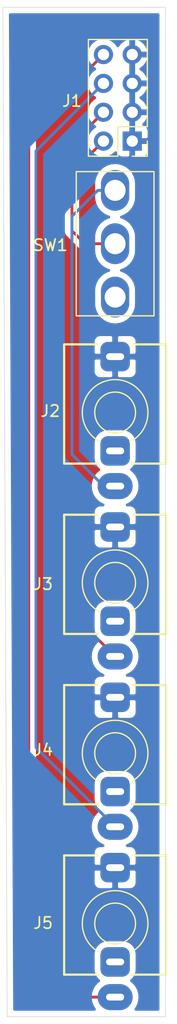
<source format=kicad_pcb>
(kicad_pcb (version 20171130) (host pcbnew "(5.1.12-1-10_14)")

  (general
    (thickness 1.6)
    (drawings 4)
    (tracks 19)
    (zones 0)
    (modules 6)
    (nets 12)
  )

  (page A4)
  (layers
    (0 F.Cu signal)
    (31 B.Cu signal)
    (32 B.Adhes user)
    (33 F.Adhes user)
    (34 B.Paste user)
    (35 F.Paste user)
    (36 B.SilkS user)
    (37 F.SilkS user)
    (38 B.Mask user)
    (39 F.Mask user)
    (40 Dwgs.User user)
    (41 Cmts.User user)
    (42 Eco1.User user)
    (43 Eco2.User user)
    (44 Edge.Cuts user)
    (45 Margin user)
    (46 B.CrtYd user)
    (47 F.CrtYd user)
    (48 B.Fab user hide)
    (49 F.Fab user hide)
  )

  (setup
    (last_trace_width 0.25)
    (trace_clearance 0.2)
    (zone_clearance 0.508)
    (zone_45_only no)
    (trace_min 0.2)
    (via_size 0.8)
    (via_drill 0.4)
    (via_min_size 0.4)
    (via_min_drill 0.3)
    (uvia_size 0.3)
    (uvia_drill 0.1)
    (uvias_allowed no)
    (uvia_min_size 0.2)
    (uvia_min_drill 0.1)
    (edge_width 0.05)
    (segment_width 0.2)
    (pcb_text_width 0.3)
    (pcb_text_size 1.5 1.5)
    (mod_edge_width 0.12)
    (mod_text_size 1 1)
    (mod_text_width 0.15)
    (pad_size 1.524 1.524)
    (pad_drill 0.762)
    (pad_to_mask_clearance 0)
    (aux_axis_origin 0 0)
    (visible_elements FFFFFF7F)
    (pcbplotparams
      (layerselection 0x010fc_ffffffff)
      (usegerberextensions false)
      (usegerberattributes true)
      (usegerberadvancedattributes true)
      (creategerberjobfile true)
      (excludeedgelayer true)
      (linewidth 0.100000)
      (plotframeref false)
      (viasonmask false)
      (mode 1)
      (useauxorigin false)
      (hpglpennumber 1)
      (hpglpenspeed 20)
      (hpglpendiameter 15.000000)
      (psnegative false)
      (psa4output false)
      (plotreference true)
      (plotvalue true)
      (plotinvisibletext false)
      (padsonsilk false)
      (subtractmaskfromsilk false)
      (outputformat 1)
      (mirror false)
      (drillshape 1)
      (scaleselection 1)
      (outputdirectory ""))
  )

  (net 0 "")
  (net 1 /IN_L)
  (net 2 GND)
  (net 3 /IN_R)
  (net 4 /OUT_L)
  (net 5 /OUT_R)
  (net 6 "Net-(J2-PadS)")
  (net 7 "Net-(J2-PadTN)")
  (net 8 "Net-(J3-PadTN)")
  (net 9 "Net-(J4-PadTN)")
  (net 10 "Net-(J5-PadTN)")
  (net 11 "Net-(SW1-Pad3)")

  (net_class Default "This is the default net class."
    (clearance 0.2)
    (trace_width 0.25)
    (via_dia 0.8)
    (via_drill 0.4)
    (uvia_dia 0.3)
    (uvia_drill 0.1)
    (add_net /IN_L)
    (add_net /IN_R)
    (add_net /OUT_L)
    (add_net /OUT_R)
    (add_net GND)
    (add_net "Net-(J2-PadS)")
    (add_net "Net-(J2-PadTN)")
    (add_net "Net-(J3-PadTN)")
    (add_net "Net-(J4-PadTN)")
    (add_net "Net-(J5-PadTN)")
    (add_net "Net-(SW1-Pad3)")
  )

  (module mylibs:SW_6mm_SPDT (layer F.Cu) (tedit 61C9EC67) (tstamp 61C9DD39)
    (at 0 24.638)
    (path /61D3D1DD)
    (fp_text reference SW1 (at -5.715 0.127) (layer F.SilkS)
      (effects (font (size 1 1) (thickness 0.15)))
    )
    (fp_text value SW_Push_SPDT (at 0 11.43) (layer F.Fab)
      (effects (font (size 1 1) (thickness 0.15)))
    )
    (fp_line (start -3.81 6.985) (end -3.81 -6.985) (layer F.Fab) (width 0.12))
    (fp_line (start 3.81 6.985) (end -3.81 6.985) (layer F.Fab) (width 0.12))
    (fp_line (start 3.81 -6.985) (end 3.81 6.985) (layer F.Fab) (width 0.12))
    (fp_line (start -3.81 -6.985) (end 3.81 -6.985) (layer F.Fab) (width 0.12))
    (fp_line (start -3.43 -6.35) (end 3.43 -6.35) (layer F.SilkS) (width 0.12))
    (fp_line (start -3.43 6.35) (end 3.43 6.35) (layer F.SilkS) (width 0.12))
    (fp_line (start 3.43 -6.35) (end 3.43 6.35) (layer F.SilkS) (width 0.12))
    (fp_line (start -3.43 -6.35) (end -3.43 6.35) (layer F.SilkS) (width 0.12))
    (pad 3 thru_hole oval (at 0 4.7) (size 2.5 3.6) (drill 1.85) (layers *.Cu *.Mask)
      (net 11 "Net-(SW1-Pad3)"))
    (pad 2 thru_hole oval (at 0 0) (size 2.5 3.6) (drill 1.85) (layers *.Cu *.Mask)
      (net 1 /IN_L))
    (pad 1 thru_hole oval (at 0 -4.7) (size 2.5 3.6) (drill 1.85) (layers *.Cu *.Mask)
      (net 6 "Net-(J2-PadS)"))
    (model "/Users/richardallen/Library/Application Support/kicad/mylibs.3dshapes/SW_6mm_SPDT.step"
      (at (xyz 0 0 0))
      (scale (xyz 1 1 1))
      (rotate (xyz 0 0 90))
    )
  )

  (module AudioJacks:Jack_3.5mm_QingPu_WQP-PJ398SM_Vertical (layer F.Cu) (tedit 6057154E) (tstamp 61C9DD2A)
    (at 0 84.5)
    (descr "T-S-SN Vertical mount jack AKA WQP-WQP518MA or Thonkiconn")
    (tags "WQP-WQP518MA, Thonkiconn")
    (path /61D36403)
    (fp_text reference J5 (at -6.35 -0.045) (layer F.SilkS)
      (effects (font (size 1 1) (thickness 0.15)))
    )
    (fp_text value AudioJack2_SwitchT (at 0 -5) (layer F.Fab)
      (effects (font (size 1 1) (thickness 0.15)))
    )
    (fp_line (start 5 -7.25) (end 5 7.58) (layer F.CrtYd) (width 0.05))
    (fp_line (start 4.5 -5.98) (end 4.5 4.42) (layer F.Fab) (width 0.1))
    (fp_line (start 4.5 4.5) (end 4.5 -6) (layer F.SilkS) (width 0.2))
    (fp_line (start -4.5 4.5) (end -4.5 -6) (layer F.SilkS) (width 0.2))
    (fp_circle (center 0 0) (end -1.5 0) (layer Dwgs.User) (width 0.12))
    (fp_line (start -0.09 -1.48) (end -1.48 -0.09) (layer Dwgs.User) (width 0.12))
    (fp_line (start 0.58 -1.35) (end -1.36 0.59) (layer Dwgs.User) (width 0.12))
    (fp_line (start 1.07 -1.01) (end -1.01 1.07) (layer Dwgs.User) (width 0.12))
    (fp_line (start 1.42 -0.395) (end -0.4 1.42) (layer Dwgs.User) (width 0.12))
    (fp_line (start 1.41 0.46) (end 0.46 1.41) (layer Dwgs.User) (width 0.12))
    (fp_line (start -4.5 -6) (end -1.6 -6) (layer F.SilkS) (width 0.2))
    (fp_line (start 1.6 -6) (end 4.5 -6) (layer F.SilkS) (width 0.2))
    (fp_line (start -4.5 4.5) (end -1.5 4.5) (layer F.SilkS) (width 0.2))
    (fp_line (start 1.5 4.5) (end 4.5 4.5) (layer F.SilkS) (width 0.2))
    (fp_circle (center 0 0) (end -1.8 0) (layer F.SilkS) (width 0.12))
    (fp_line (start -4.5 -5.98) (end -4.5 4.42) (layer F.Fab) (width 0.1))
    (fp_line (start -4.5 -5.98) (end 4.5 -5.98) (layer F.Fab) (width 0.1))
    (fp_line (start -5 -7.25) (end -5 7.58) (layer F.CrtYd) (width 0.05))
    (fp_line (start -5 -7.25) (end 5 -7.25) (layer F.CrtYd) (width 0.05))
    (fp_line (start -5 7.58) (end 5 7.58) (layer F.CrtYd) (width 0.05))
    (fp_line (start -4.5 4.47) (end 4.5 4.47) (layer F.Fab) (width 0.1))
    (fp_circle (center 0 0.02) (end -1.8 0.02) (layer F.Fab) (width 0.1))
    (fp_line (start 0 0) (end 0 -2.03) (layer F.Fab) (width 0.1))
    (fp_text user KEEPOUT (at 0 0 180) (layer Cmts.User)
      (effects (font (size 0.4 0.4) (thickness 0.051)))
    )
    (fp_text user %R (at 4.5 -9.5) (layer F.Fab)
      (effects (font (size 1 1) (thickness 0.15)))
    )
    (fp_arc (start 0 0) (end 0 -2.895) (angle 153.4) (layer F.SilkS) (width 0.12))
    (fp_arc (start 0 0) (end 0 -2.895) (angle -153.4) (layer F.SilkS) (width 0.12))
    (pad TN thru_hole roundrect (at 0 3.38) (size 2.6 2.6) (drill oval 1.6 0.6) (layers *.Cu *.Mask) (roundrect_rratio 0.25)
      (net 10 "Net-(J5-PadTN)"))
    (pad S thru_hole oval (at 0 6.48) (size 3.1 2.3) (drill oval 1.6 0.6) (layers *.Cu *.Mask)
      (net 5 /OUT_R))
    (pad T thru_hole roundrect (at 0 -4.92) (size 2.6 2.6) (drill oval 1.6 0.6) (layers *.Cu *.Mask) (roundrect_rratio 0.25)
      (net 2 GND))
    (model "/Users/richardallen/Library/Application Support/kicad/AudioJacks/AudioJacks.3dshapes/PJ398SM.step"
      (at (xyz 0 0 0))
      (scale (xyz 1 1 1))
      (rotate (xyz 0 0 0))
    )
    (model "/Users/richardallen/Library/Application Support/kicad/AudioJacks/AudioJacks.3dshapes/PJ398SM_Hex_nut.step"
      (at (xyz 0 0 0))
      (scale (xyz 1 1 1))
      (rotate (xyz 0 0 0))
    )
    (model "/Users/richardallen/Library/Application Support/kicad/AudioJacks/AudioJacks.3dshapes/PJ398SM_Knurl_nut.step"
      (at (xyz 0 0 0))
      (scale (xyz 1 1 1))
      (rotate (xyz 0 0 0))
    )
  )

  (module AudioJacks:Jack_3.5mm_QingPu_WQP-PJ398SM_Vertical (layer F.Cu) (tedit 6057154E) (tstamp 61C9DD08)
    (at 0 69.5)
    (descr "T-S-SN Vertical mount jack AKA WQP-WQP518MA or Thonkiconn")
    (tags "WQP-WQP518MA, Thonkiconn")
    (path /61D35E51)
    (fp_text reference J4 (at -6.35 -0.285) (layer F.SilkS)
      (effects (font (size 1 1) (thickness 0.15)))
    )
    (fp_text value AudioJack2_SwitchT (at 0 -5) (layer F.Fab)
      (effects (font (size 1 1) (thickness 0.15)))
    )
    (fp_line (start 5 -7.25) (end 5 7.58) (layer F.CrtYd) (width 0.05))
    (fp_line (start 4.5 -5.98) (end 4.5 4.42) (layer F.Fab) (width 0.1))
    (fp_line (start 4.5 4.5) (end 4.5 -6) (layer F.SilkS) (width 0.2))
    (fp_line (start -4.5 4.5) (end -4.5 -6) (layer F.SilkS) (width 0.2))
    (fp_circle (center 0 0) (end -1.5 0) (layer Dwgs.User) (width 0.12))
    (fp_line (start -0.09 -1.48) (end -1.48 -0.09) (layer Dwgs.User) (width 0.12))
    (fp_line (start 0.58 -1.35) (end -1.36 0.59) (layer Dwgs.User) (width 0.12))
    (fp_line (start 1.07 -1.01) (end -1.01 1.07) (layer Dwgs.User) (width 0.12))
    (fp_line (start 1.42 -0.395) (end -0.4 1.42) (layer Dwgs.User) (width 0.12))
    (fp_line (start 1.41 0.46) (end 0.46 1.41) (layer Dwgs.User) (width 0.12))
    (fp_line (start -4.5 -6) (end -1.6 -6) (layer F.SilkS) (width 0.2))
    (fp_line (start 1.6 -6) (end 4.5 -6) (layer F.SilkS) (width 0.2))
    (fp_line (start -4.5 4.5) (end -1.5 4.5) (layer F.SilkS) (width 0.2))
    (fp_line (start 1.5 4.5) (end 4.5 4.5) (layer F.SilkS) (width 0.2))
    (fp_circle (center 0 0) (end -1.8 0) (layer F.SilkS) (width 0.12))
    (fp_line (start -4.5 -5.98) (end -4.5 4.42) (layer F.Fab) (width 0.1))
    (fp_line (start -4.5 -5.98) (end 4.5 -5.98) (layer F.Fab) (width 0.1))
    (fp_line (start -5 -7.25) (end -5 7.58) (layer F.CrtYd) (width 0.05))
    (fp_line (start -5 -7.25) (end 5 -7.25) (layer F.CrtYd) (width 0.05))
    (fp_line (start -5 7.58) (end 5 7.58) (layer F.CrtYd) (width 0.05))
    (fp_line (start -4.5 4.47) (end 4.5 4.47) (layer F.Fab) (width 0.1))
    (fp_circle (center 0 0.02) (end -1.8 0.02) (layer F.Fab) (width 0.1))
    (fp_line (start 0 0) (end 0 -2.03) (layer F.Fab) (width 0.1))
    (fp_text user KEEPOUT (at 0 0 180) (layer Cmts.User)
      (effects (font (size 0.4 0.4) (thickness 0.051)))
    )
    (fp_text user %R (at 4.5 -9.5) (layer F.Fab)
      (effects (font (size 1 1) (thickness 0.15)))
    )
    (fp_arc (start 0 0) (end 0 -2.895) (angle 153.4) (layer F.SilkS) (width 0.12))
    (fp_arc (start 0 0) (end 0 -2.895) (angle -153.4) (layer F.SilkS) (width 0.12))
    (pad TN thru_hole roundrect (at 0 3.38) (size 2.6 2.6) (drill oval 1.6 0.6) (layers *.Cu *.Mask) (roundrect_rratio 0.25)
      (net 9 "Net-(J4-PadTN)"))
    (pad S thru_hole oval (at 0 6.48) (size 3.1 2.3) (drill oval 1.6 0.6) (layers *.Cu *.Mask)
      (net 4 /OUT_L))
    (pad T thru_hole roundrect (at 0 -4.92) (size 2.6 2.6) (drill oval 1.6 0.6) (layers *.Cu *.Mask) (roundrect_rratio 0.25)
      (net 2 GND))
    (model "/Users/richardallen/Library/Application Support/kicad/AudioJacks/AudioJacks.3dshapes/PJ398SM.step"
      (at (xyz 0 0 0))
      (scale (xyz 1 1 1))
      (rotate (xyz 0 0 0))
    )
    (model "/Users/richardallen/Library/Application Support/kicad/AudioJacks/AudioJacks.3dshapes/PJ398SM_Hex_nut.step"
      (at (xyz 0 0 0))
      (scale (xyz 1 1 1))
      (rotate (xyz 0 0 0))
    )
    (model "/Users/richardallen/Library/Application Support/kicad/AudioJacks/AudioJacks.3dshapes/PJ398SM_Knurl_nut.step"
      (at (xyz 0 0 0))
      (scale (xyz 1 1 1))
      (rotate (xyz 0 0 0))
    )
  )

  (module AudioJacks:Jack_3.5mm_QingPu_WQP-PJ398SM_Vertical (layer F.Cu) (tedit 6057154E) (tstamp 61C9DCE6)
    (at 0 54.5)
    (descr "T-S-SN Vertical mount jack AKA WQP-WQP518MA or Thonkiconn")
    (tags "WQP-WQP518MA, Thonkiconn")
    (path /61D3584B)
    (fp_text reference J3 (at -6.35 0.11) (layer F.SilkS)
      (effects (font (size 1 1) (thickness 0.15)))
    )
    (fp_text value AudioJack2_SwitchT (at 0 -5) (layer F.Fab)
      (effects (font (size 1 1) (thickness 0.15)))
    )
    (fp_line (start 5 -7.25) (end 5 7.58) (layer F.CrtYd) (width 0.05))
    (fp_line (start 4.5 -5.98) (end 4.5 4.42) (layer F.Fab) (width 0.1))
    (fp_line (start 4.5 4.5) (end 4.5 -6) (layer F.SilkS) (width 0.2))
    (fp_line (start -4.5 4.5) (end -4.5 -6) (layer F.SilkS) (width 0.2))
    (fp_circle (center 0 0) (end -1.5 0) (layer Dwgs.User) (width 0.12))
    (fp_line (start -0.09 -1.48) (end -1.48 -0.09) (layer Dwgs.User) (width 0.12))
    (fp_line (start 0.58 -1.35) (end -1.36 0.59) (layer Dwgs.User) (width 0.12))
    (fp_line (start 1.07 -1.01) (end -1.01 1.07) (layer Dwgs.User) (width 0.12))
    (fp_line (start 1.42 -0.395) (end -0.4 1.42) (layer Dwgs.User) (width 0.12))
    (fp_line (start 1.41 0.46) (end 0.46 1.41) (layer Dwgs.User) (width 0.12))
    (fp_line (start -4.5 -6) (end -1.6 -6) (layer F.SilkS) (width 0.2))
    (fp_line (start 1.6 -6) (end 4.5 -6) (layer F.SilkS) (width 0.2))
    (fp_line (start -4.5 4.5) (end -1.5 4.5) (layer F.SilkS) (width 0.2))
    (fp_line (start 1.5 4.5) (end 4.5 4.5) (layer F.SilkS) (width 0.2))
    (fp_circle (center 0 0) (end -1.8 0) (layer F.SilkS) (width 0.12))
    (fp_line (start -4.5 -5.98) (end -4.5 4.42) (layer F.Fab) (width 0.1))
    (fp_line (start -4.5 -5.98) (end 4.5 -5.98) (layer F.Fab) (width 0.1))
    (fp_line (start -5 -7.25) (end -5 7.58) (layer F.CrtYd) (width 0.05))
    (fp_line (start -5 -7.25) (end 5 -7.25) (layer F.CrtYd) (width 0.05))
    (fp_line (start -5 7.58) (end 5 7.58) (layer F.CrtYd) (width 0.05))
    (fp_line (start -4.5 4.47) (end 4.5 4.47) (layer F.Fab) (width 0.1))
    (fp_circle (center 0 0.02) (end -1.8 0.02) (layer F.Fab) (width 0.1))
    (fp_line (start 0 0) (end 0 -2.03) (layer F.Fab) (width 0.1))
    (fp_text user KEEPOUT (at 0 0 180) (layer Cmts.User)
      (effects (font (size 0.4 0.4) (thickness 0.051)))
    )
    (fp_text user %R (at 4.5 -9.5) (layer F.Fab)
      (effects (font (size 1 1) (thickness 0.15)))
    )
    (fp_arc (start 0 0) (end 0 -2.895) (angle 153.4) (layer F.SilkS) (width 0.12))
    (fp_arc (start 0 0) (end 0 -2.895) (angle -153.4) (layer F.SilkS) (width 0.12))
    (pad TN thru_hole roundrect (at 0 3.38) (size 2.6 2.6) (drill oval 1.6 0.6) (layers *.Cu *.Mask) (roundrect_rratio 0.25)
      (net 8 "Net-(J3-PadTN)"))
    (pad S thru_hole oval (at 0 6.48) (size 3.1 2.3) (drill oval 1.6 0.6) (layers *.Cu *.Mask)
      (net 3 /IN_R))
    (pad T thru_hole roundrect (at 0 -4.92) (size 2.6 2.6) (drill oval 1.6 0.6) (layers *.Cu *.Mask) (roundrect_rratio 0.25)
      (net 2 GND))
    (model "/Users/richardallen/Library/Application Support/kicad/AudioJacks/AudioJacks.3dshapes/PJ398SM.step"
      (at (xyz 0 0 0))
      (scale (xyz 1 1 1))
      (rotate (xyz 0 0 0))
    )
    (model "/Users/richardallen/Library/Application Support/kicad/AudioJacks/AudioJacks.3dshapes/PJ398SM_Hex_nut.step"
      (at (xyz 0 0 0))
      (scale (xyz 1 1 1))
      (rotate (xyz 0 0 0))
    )
    (model "/Users/richardallen/Library/Application Support/kicad/AudioJacks/AudioJacks.3dshapes/PJ398SM_Knurl_nut.step"
      (at (xyz 0 0 0))
      (scale (xyz 1 1 1))
      (rotate (xyz 0 0 0))
    )
  )

  (module Connector_PinHeader_2.54mm:PinHeader_2x04_P2.54mm_Vertical (layer F.Cu) (tedit 59FED5CC) (tstamp 61C9DCA2)
    (at 1.51 15.6 180)
    (descr "Through hole straight pin header, 2x04, 2.54mm pitch, double rows")
    (tags "Through hole pin header THT 2x04 2.54mm double row")
    (path /61D30BA9)
    (fp_text reference J1 (at 5.32 3.535) (layer F.SilkS)
      (effects (font (size 1 1) (thickness 0.15)))
    )
    (fp_text value Conn_02x04_Odd_Even (at 1.27 9.95) (layer F.Fab)
      (effects (font (size 1 1) (thickness 0.15)))
    )
    (fp_line (start 4.35 -1.8) (end -1.8 -1.8) (layer F.CrtYd) (width 0.05))
    (fp_line (start 4.35 9.4) (end 4.35 -1.8) (layer F.CrtYd) (width 0.05))
    (fp_line (start -1.8 9.4) (end 4.35 9.4) (layer F.CrtYd) (width 0.05))
    (fp_line (start -1.8 -1.8) (end -1.8 9.4) (layer F.CrtYd) (width 0.05))
    (fp_line (start -1.33 -1.33) (end 0 -1.33) (layer F.SilkS) (width 0.12))
    (fp_line (start -1.33 0) (end -1.33 -1.33) (layer F.SilkS) (width 0.12))
    (fp_line (start 1.27 -1.33) (end 3.87 -1.33) (layer F.SilkS) (width 0.12))
    (fp_line (start 1.27 1.27) (end 1.27 -1.33) (layer F.SilkS) (width 0.12))
    (fp_line (start -1.33 1.27) (end 1.27 1.27) (layer F.SilkS) (width 0.12))
    (fp_line (start 3.87 -1.33) (end 3.87 8.95) (layer F.SilkS) (width 0.12))
    (fp_line (start -1.33 1.27) (end -1.33 8.95) (layer F.SilkS) (width 0.12))
    (fp_line (start -1.33 8.95) (end 3.87 8.95) (layer F.SilkS) (width 0.12))
    (fp_line (start -1.27 0) (end 0 -1.27) (layer F.Fab) (width 0.1))
    (fp_line (start -1.27 8.89) (end -1.27 0) (layer F.Fab) (width 0.1))
    (fp_line (start 3.81 8.89) (end -1.27 8.89) (layer F.Fab) (width 0.1))
    (fp_line (start 3.81 -1.27) (end 3.81 8.89) (layer F.Fab) (width 0.1))
    (fp_line (start 0 -1.27) (end 3.81 -1.27) (layer F.Fab) (width 0.1))
    (fp_text user %R (at 1.27 3.81 90) (layer F.Fab)
      (effects (font (size 1 1) (thickness 0.15)))
    )
    (pad 1 thru_hole rect (at 0 0 180) (size 1.7 1.7) (drill 1) (layers *.Cu *.Mask)
      (net 2 GND))
    (pad 2 thru_hole oval (at 2.54 0 180) (size 1.7 1.7) (drill 1) (layers *.Cu *.Mask)
      (net 1 /IN_L))
    (pad 3 thru_hole oval (at 0 2.54 180) (size 1.7 1.7) (drill 1) (layers *.Cu *.Mask)
      (net 2 GND))
    (pad 4 thru_hole oval (at 2.54 2.54 180) (size 1.7 1.7) (drill 1) (layers *.Cu *.Mask)
      (net 3 /IN_R))
    (pad 5 thru_hole oval (at 0 5.08 180) (size 1.7 1.7) (drill 1) (layers *.Cu *.Mask)
      (net 2 GND))
    (pad 6 thru_hole oval (at 2.54 5.08 180) (size 1.7 1.7) (drill 1) (layers *.Cu *.Mask)
      (net 4 /OUT_L))
    (pad 7 thru_hole oval (at 0 7.62 180) (size 1.7 1.7) (drill 1) (layers *.Cu *.Mask)
      (net 2 GND))
    (pad 8 thru_hole oval (at 2.54 7.62 180) (size 1.7 1.7) (drill 1) (layers *.Cu *.Mask)
      (net 5 /OUT_R))
    (model ${KISYS3DMOD}/Connector_PinHeader_2.54mm.3dshapes/PinHeader_2x04_P2.54mm_Vertical.wrl
      (at (xyz 0 0 0))
      (scale (xyz 1 1 1))
      (rotate (xyz 0 0 0))
    )
  )

  (module AudioJacks:Jack_3.5mm_QingPu_WQP-PJ398SM_Vertical (layer F.Cu) (tedit 6057154E) (tstamp 61C9DCC4)
    (at 0 39.5)
    (descr "T-S-SN Vertical mount jack AKA WQP-WQP518MA or Thonkiconn")
    (tags "WQP-WQP518MA, Thonkiconn")
    (path /61D3410D)
    (fp_text reference J2 (at -5.715 -0.13) (layer F.SilkS)
      (effects (font (size 1 1) (thickness 0.15)))
    )
    (fp_text value AudioJack2_SwitchT (at 0 -5) (layer F.Fab)
      (effects (font (size 1 1) (thickness 0.15)))
    )
    (fp_line (start 5 -7.25) (end 5 7.58) (layer F.CrtYd) (width 0.05))
    (fp_line (start 4.5 -5.98) (end 4.5 4.42) (layer F.Fab) (width 0.1))
    (fp_line (start 4.5 4.5) (end 4.5 -6) (layer F.SilkS) (width 0.2))
    (fp_line (start -4.5 4.5) (end -4.5 -6) (layer F.SilkS) (width 0.2))
    (fp_circle (center 0 0) (end -1.5 0) (layer Dwgs.User) (width 0.12))
    (fp_line (start -0.09 -1.48) (end -1.48 -0.09) (layer Dwgs.User) (width 0.12))
    (fp_line (start 0.58 -1.35) (end -1.36 0.59) (layer Dwgs.User) (width 0.12))
    (fp_line (start 1.07 -1.01) (end -1.01 1.07) (layer Dwgs.User) (width 0.12))
    (fp_line (start 1.42 -0.395) (end -0.4 1.42) (layer Dwgs.User) (width 0.12))
    (fp_line (start 1.41 0.46) (end 0.46 1.41) (layer Dwgs.User) (width 0.12))
    (fp_line (start -4.5 -6) (end -1.6 -6) (layer F.SilkS) (width 0.2))
    (fp_line (start 1.6 -6) (end 4.5 -6) (layer F.SilkS) (width 0.2))
    (fp_line (start -4.5 4.5) (end -1.5 4.5) (layer F.SilkS) (width 0.2))
    (fp_line (start 1.5 4.5) (end 4.5 4.5) (layer F.SilkS) (width 0.2))
    (fp_circle (center 0 0) (end -1.8 0) (layer F.SilkS) (width 0.12))
    (fp_line (start -4.5 -5.98) (end -4.5 4.42) (layer F.Fab) (width 0.1))
    (fp_line (start -4.5 -5.98) (end 4.5 -5.98) (layer F.Fab) (width 0.1))
    (fp_line (start -5 -7.25) (end -5 7.58) (layer F.CrtYd) (width 0.05))
    (fp_line (start -5 -7.25) (end 5 -7.25) (layer F.CrtYd) (width 0.05))
    (fp_line (start -5 7.58) (end 5 7.58) (layer F.CrtYd) (width 0.05))
    (fp_line (start -4.5 4.47) (end 4.5 4.47) (layer F.Fab) (width 0.1))
    (fp_circle (center 0 0.02) (end -1.8 0.02) (layer F.Fab) (width 0.1))
    (fp_line (start 0 0) (end 0 -2.03) (layer F.Fab) (width 0.1))
    (fp_arc (start 0 0) (end 0 -2.895) (angle -153.4) (layer F.SilkS) (width 0.12))
    (fp_arc (start 0 0) (end 0 -2.895) (angle 153.4) (layer F.SilkS) (width 0.12))
    (fp_text user %R (at 4.5 -9.5) (layer F.Fab)
      (effects (font (size 1 1) (thickness 0.15)))
    )
    (fp_text user KEEPOUT (at 0 0 180) (layer Cmts.User)
      (effects (font (size 0.4 0.4) (thickness 0.051)))
    )
    (pad T thru_hole roundrect (at 0 -4.92) (size 2.6 2.6) (drill oval 1.6 0.6) (layers *.Cu *.Mask) (roundrect_rratio 0.25)
      (net 2 GND))
    (pad S thru_hole oval (at 0 6.48) (size 3.1 2.3) (drill oval 1.6 0.6) (layers *.Cu *.Mask)
      (net 6 "Net-(J2-PadS)"))
    (pad TN thru_hole roundrect (at 0 3.38) (size 2.6 2.6) (drill oval 1.6 0.6) (layers *.Cu *.Mask) (roundrect_rratio 0.25)
      (net 7 "Net-(J2-PadTN)"))
    (model "/Users/richardallen/Library/Application Support/kicad/AudioJacks/AudioJacks.3dshapes/PJ398SM.step"
      (at (xyz 0 0 0))
      (scale (xyz 1 1 1))
      (rotate (xyz 0 0 0))
    )
    (model "/Users/richardallen/Library/Application Support/kicad/AudioJacks/AudioJacks.3dshapes/PJ398SM_Hex_nut.step"
      (at (xyz 0 0 0))
      (scale (xyz 1 1 1))
      (rotate (xyz 0 0 0))
    )
    (model "/Users/richardallen/Library/Application Support/kicad/AudioJacks/AudioJacks.3dshapes/PJ398SM_Knurl_nut.step"
      (at (xyz 0 0 0))
      (scale (xyz 1 1 1))
      (rotate (xyz 0 0 0))
    )
  )

  (gr_line (start -9.525 92.71) (end -9.906 3.81) (layer Edge.Cuts) (width 0.05) (tstamp 61CA54F0))
  (gr_line (start 4.445 92.71) (end -9.525 92.71) (layer Edge.Cuts) (width 0.05))
  (gr_line (start 4.445 3.81) (end 4.445 92.71) (layer Edge.Cuts) (width 0.05))
  (gr_line (start -9.906 3.81) (end 4.445 3.81) (layer Edge.Cuts) (width 0.05))

  (segment (start -1.03 15.6) (end -3.81 18.38) (width 0.25) (layer F.Cu) (net 1))
  (segment (start -3.81 18.38) (end -3.81 23.495) (width 0.25) (layer F.Cu) (net 1))
  (segment (start -2.667 24.638) (end 0 24.638) (width 0.25) (layer F.Cu) (net 1))
  (segment (start -3.81 23.495) (end -2.667 24.638) (width 0.25) (layer F.Cu) (net 1))
  (segment (start -1.03 13.06) (end -5.715 17.745) (width 0.25) (layer F.Cu) (net 3))
  (segment (start -5.715 55.265) (end 0 60.98) (width 0.25) (layer F.Cu) (net 3))
  (segment (start -5.715 17.745) (end -5.715 55.265) (width 0.25) (layer F.Cu) (net 3))
  (segment (start -1.03 10.52) (end -6.985 16.475) (width 0.25) (layer B.Cu) (net 4))
  (segment (start -6.985 68.995) (end 0 75.98) (width 0.25) (layer B.Cu) (net 4))
  (segment (start -6.985 16.475) (end -6.985 68.995) (width 0.25) (layer B.Cu) (net 4))
  (segment (start -1.03 7.98) (end -7.62 14.57) (width 0.25) (layer F.Cu) (net 5))
  (segment (start -7.62 14.57) (end -7.62 85.725) (width 0.25) (layer F.Cu) (net 5))
  (segment (start -2.365 90.98) (end 0 90.98) (width 0.25) (layer F.Cu) (net 5))
  (segment (start -7.62 85.725) (end -2.365 90.98) (width 0.25) (layer F.Cu) (net 5))
  (segment (start 0 19.938) (end -1.523 19.938) (width 0.25) (layer B.Cu) (net 6))
  (segment (start -1.523 19.938) (end -3.81 22.225) (width 0.25) (layer B.Cu) (net 6))
  (segment (start -3.81 22.225) (end -3.81 43.18) (width 0.25) (layer B.Cu) (net 6))
  (segment (start -1.01 45.98) (end 0 45.98) (width 0.25) (layer B.Cu) (net 6))
  (segment (start -3.81 43.18) (end -1.01 45.98) (width 0.25) (layer B.Cu) (net 6))

  (zone (net 2) (net_name GND) (layer F.Cu) (tstamp 0) (hatch edge 0.508)
    (connect_pads (clearance 0.508))
    (min_thickness 0.254)
    (fill yes (arc_segments 32) (thermal_gap 0.508) (thermal_bridge_width 0.508))
    (polygon
      (pts
        (xy 5.08 93.345) (xy -10.16 93.345) (xy -10.16 3.175) (xy 5.08 3.175)
      )
    )
    (filled_polygon
      (pts
        (xy 3.785001 92.05) (xy 1.831027 92.05) (xy 1.891354 91.976491) (xy 2.057104 91.666395) (xy 2.159172 91.329921)
        (xy 2.193636 90.98) (xy 2.159172 90.630079) (xy 2.057104 90.293605) (xy 1.891354 89.983509) (xy 1.668292 89.711708)
        (xy 1.4495 89.532149) (xy 1.560804 89.440804) (xy 1.720993 89.245614) (xy 1.840023 89.022924) (xy 1.913322 88.78129)
        (xy 1.938072 88.53) (xy 1.938072 87.23) (xy 1.913322 86.97871) (xy 1.840023 86.737076) (xy 1.720993 86.514386)
        (xy 1.560804 86.319196) (xy 1.365614 86.159007) (xy 1.142924 86.039977) (xy 0.90129 85.966678) (xy 0.65 85.941928)
        (xy -0.65 85.941928) (xy -0.90129 85.966678) (xy -1.142924 86.039977) (xy -1.365614 86.159007) (xy -1.560804 86.319196)
        (xy -1.720993 86.514386) (xy -1.840023 86.737076) (xy -1.913322 86.97871) (xy -1.938072 87.23) (xy -1.938072 88.53)
        (xy -1.913322 88.78129) (xy -1.840023 89.022924) (xy -1.720993 89.245614) (xy -1.560804 89.440804) (xy -1.4495 89.532149)
        (xy -1.668292 89.711708) (xy -1.891354 89.983509) (xy -2.017761 90.22) (xy -2.050198 90.22) (xy -6.86 85.410199)
        (xy -6.86 80.88) (xy -1.938072 80.88) (xy -1.925812 81.004482) (xy -1.889502 81.12418) (xy -1.830537 81.234494)
        (xy -1.751185 81.331185) (xy -1.654494 81.410537) (xy -1.54418 81.469502) (xy -1.424482 81.505812) (xy -1.3 81.518072)
        (xy -0.28575 81.515) (xy -0.127 81.35625) (xy -0.127 79.707) (xy 0.127 79.707) (xy 0.127 81.35625)
        (xy 0.28575 81.515) (xy 1.3 81.518072) (xy 1.424482 81.505812) (xy 1.54418 81.469502) (xy 1.654494 81.410537)
        (xy 1.751185 81.331185) (xy 1.830537 81.234494) (xy 1.889502 81.12418) (xy 1.925812 81.004482) (xy 1.938072 80.88)
        (xy 1.935 79.86575) (xy 1.77625 79.707) (xy 0.127 79.707) (xy -0.127 79.707) (xy -1.77625 79.707)
        (xy -1.935 79.86575) (xy -1.938072 80.88) (xy -6.86 80.88) (xy -6.86 75.98) (xy -2.193636 75.98)
        (xy -2.159172 76.329921) (xy -2.057104 76.666395) (xy -1.891354 76.976491) (xy -1.668292 77.248292) (xy -1.396491 77.471354)
        (xy -1.086395 77.637104) (xy -1.068178 77.64263) (xy -1.3 77.641928) (xy -1.424482 77.654188) (xy -1.54418 77.690498)
        (xy -1.654494 77.749463) (xy -1.751185 77.828815) (xy -1.830537 77.925506) (xy -1.889502 78.03582) (xy -1.925812 78.155518)
        (xy -1.938072 78.28) (xy -1.935 79.29425) (xy -1.77625 79.453) (xy -0.127 79.453) (xy -0.127 79.433)
        (xy 0.127 79.433) (xy 0.127 79.453) (xy 1.77625 79.453) (xy 1.935 79.29425) (xy 1.938072 78.28)
        (xy 1.925812 78.155518) (xy 1.889502 78.03582) (xy 1.830537 77.925506) (xy 1.751185 77.828815) (xy 1.654494 77.749463)
        (xy 1.54418 77.690498) (xy 1.424482 77.654188) (xy 1.3 77.641928) (xy 1.068178 77.64263) (xy 1.086395 77.637104)
        (xy 1.396491 77.471354) (xy 1.668292 77.248292) (xy 1.891354 76.976491) (xy 2.057104 76.666395) (xy 2.159172 76.329921)
        (xy 2.193636 75.98) (xy 2.159172 75.630079) (xy 2.057104 75.293605) (xy 1.891354 74.983509) (xy 1.668292 74.711708)
        (xy 1.4495 74.532149) (xy 1.560804 74.440804) (xy 1.720993 74.245614) (xy 1.840023 74.022924) (xy 1.913322 73.78129)
        (xy 1.938072 73.53) (xy 1.938072 72.23) (xy 1.913322 71.97871) (xy 1.840023 71.737076) (xy 1.720993 71.514386)
        (xy 1.560804 71.319196) (xy 1.365614 71.159007) (xy 1.142924 71.039977) (xy 0.90129 70.966678) (xy 0.65 70.941928)
        (xy -0.65 70.941928) (xy -0.90129 70.966678) (xy -1.142924 71.039977) (xy -1.365614 71.159007) (xy -1.560804 71.319196)
        (xy -1.720993 71.514386) (xy -1.840023 71.737076) (xy -1.913322 71.97871) (xy -1.938072 72.23) (xy -1.938072 73.53)
        (xy -1.913322 73.78129) (xy -1.840023 74.022924) (xy -1.720993 74.245614) (xy -1.560804 74.440804) (xy -1.4495 74.532149)
        (xy -1.668292 74.711708) (xy -1.891354 74.983509) (xy -2.057104 75.293605) (xy -2.159172 75.630079) (xy -2.193636 75.98)
        (xy -6.86 75.98) (xy -6.86 65.88) (xy -1.938072 65.88) (xy -1.925812 66.004482) (xy -1.889502 66.12418)
        (xy -1.830537 66.234494) (xy -1.751185 66.331185) (xy -1.654494 66.410537) (xy -1.54418 66.469502) (xy -1.424482 66.505812)
        (xy -1.3 66.518072) (xy -0.28575 66.515) (xy -0.127 66.35625) (xy -0.127 64.707) (xy 0.127 64.707)
        (xy 0.127 66.35625) (xy 0.28575 66.515) (xy 1.3 66.518072) (xy 1.424482 66.505812) (xy 1.54418 66.469502)
        (xy 1.654494 66.410537) (xy 1.751185 66.331185) (xy 1.830537 66.234494) (xy 1.889502 66.12418) (xy 1.925812 66.004482)
        (xy 1.938072 65.88) (xy 1.935 64.86575) (xy 1.77625 64.707) (xy 0.127 64.707) (xy -0.127 64.707)
        (xy -1.77625 64.707) (xy -1.935 64.86575) (xy -1.938072 65.88) (xy -6.86 65.88) (xy -6.86 14.884801)
        (xy -2.515 10.539802) (xy -2.515 10.66626) (xy -2.457932 10.953158) (xy -2.34599 11.223411) (xy -2.183475 11.466632)
        (xy -1.976632 11.673475) (xy -1.80224 11.79) (xy -1.976632 11.906525) (xy -2.183475 12.113368) (xy -2.34599 12.356589)
        (xy -2.457932 12.626842) (xy -2.515 12.91374) (xy -2.515 13.20626) (xy -2.47121 13.426408) (xy -6.225997 17.181196)
        (xy -6.255001 17.204999) (xy -6.310129 17.272174) (xy -6.349974 17.320724) (xy -6.420545 17.452753) (xy -6.420546 17.452754)
        (xy -6.464003 17.596015) (xy -6.475 17.707668) (xy -6.475 17.707678) (xy -6.478676 17.745) (xy -6.475 17.782322)
        (xy -6.474999 55.227667) (xy -6.478676 55.265) (xy -6.464002 55.413985) (xy -6.420546 55.557246) (xy -6.349974 55.689276)
        (xy -6.278799 55.776002) (xy -6.255 55.805001) (xy -6.226002 55.828799) (xy -1.954032 60.10077) (xy -2.057104 60.293605)
        (xy -2.159172 60.630079) (xy -2.193636 60.98) (xy -2.159172 61.329921) (xy -2.057104 61.666395) (xy -1.891354 61.976491)
        (xy -1.668292 62.248292) (xy -1.396491 62.471354) (xy -1.086395 62.637104) (xy -1.068178 62.64263) (xy -1.3 62.641928)
        (xy -1.424482 62.654188) (xy -1.54418 62.690498) (xy -1.654494 62.749463) (xy -1.751185 62.828815) (xy -1.830537 62.925506)
        (xy -1.889502 63.03582) (xy -1.925812 63.155518) (xy -1.938072 63.28) (xy -1.935 64.29425) (xy -1.77625 64.453)
        (xy -0.127 64.453) (xy -0.127 64.433) (xy 0.127 64.433) (xy 0.127 64.453) (xy 1.77625 64.453)
        (xy 1.935 64.29425) (xy 1.938072 63.28) (xy 1.925812 63.155518) (xy 1.889502 63.03582) (xy 1.830537 62.925506)
        (xy 1.751185 62.828815) (xy 1.654494 62.749463) (xy 1.54418 62.690498) (xy 1.424482 62.654188) (xy 1.3 62.641928)
        (xy 1.068178 62.64263) (xy 1.086395 62.637104) (xy 1.396491 62.471354) (xy 1.668292 62.248292) (xy 1.891354 61.976491)
        (xy 2.057104 61.666395) (xy 2.159172 61.329921) (xy 2.193636 60.98) (xy 2.159172 60.630079) (xy 2.057104 60.293605)
        (xy 1.891354 59.983509) (xy 1.668292 59.711708) (xy 1.4495 59.532149) (xy 1.560804 59.440804) (xy 1.720993 59.245614)
        (xy 1.840023 59.022924) (xy 1.913322 58.78129) (xy 1.938072 58.53) (xy 1.938072 57.23) (xy 1.913322 56.97871)
        (xy 1.840023 56.737076) (xy 1.720993 56.514386) (xy 1.560804 56.319196) (xy 1.365614 56.159007) (xy 1.142924 56.039977)
        (xy 0.90129 55.966678) (xy 0.65 55.941928) (xy -0.65 55.941928) (xy -0.90129 55.966678) (xy -1.142924 56.039977)
        (xy -1.365614 56.159007) (xy -1.560804 56.319196) (xy -1.720993 56.514386) (xy -1.840023 56.737076) (xy -1.913322 56.97871)
        (xy -1.938072 57.23) (xy -1.938072 57.967126) (xy -4.955 54.950199) (xy -4.955 50.88) (xy -1.938072 50.88)
        (xy -1.925812 51.004482) (xy -1.889502 51.12418) (xy -1.830537 51.234494) (xy -1.751185 51.331185) (xy -1.654494 51.410537)
        (xy -1.54418 51.469502) (xy -1.424482 51.505812) (xy -1.3 51.518072) (xy -0.28575 51.515) (xy -0.127 51.35625)
        (xy -0.127 49.707) (xy 0.127 49.707) (xy 0.127 51.35625) (xy 0.28575 51.515) (xy 1.3 51.518072)
        (xy 1.424482 51.505812) (xy 1.54418 51.469502) (xy 1.654494 51.410537) (xy 1.751185 51.331185) (xy 1.830537 51.234494)
        (xy 1.889502 51.12418) (xy 1.925812 51.004482) (xy 1.938072 50.88) (xy 1.935 49.86575) (xy 1.77625 49.707)
        (xy 0.127 49.707) (xy -0.127 49.707) (xy -1.77625 49.707) (xy -1.935 49.86575) (xy -1.938072 50.88)
        (xy -4.955 50.88) (xy -4.955 45.98) (xy -2.193636 45.98) (xy -2.159172 46.329921) (xy -2.057104 46.666395)
        (xy -1.891354 46.976491) (xy -1.668292 47.248292) (xy -1.396491 47.471354) (xy -1.086395 47.637104) (xy -1.068178 47.64263)
        (xy -1.3 47.641928) (xy -1.424482 47.654188) (xy -1.54418 47.690498) (xy -1.654494 47.749463) (xy -1.751185 47.828815)
        (xy -1.830537 47.925506) (xy -1.889502 48.03582) (xy -1.925812 48.155518) (xy -1.938072 48.28) (xy -1.935 49.29425)
        (xy -1.77625 49.453) (xy -0.127 49.453) (xy -0.127 49.433) (xy 0.127 49.433) (xy 0.127 49.453)
        (xy 1.77625 49.453) (xy 1.935 49.29425) (xy 1.938072 48.28) (xy 1.925812 48.155518) (xy 1.889502 48.03582)
        (xy 1.830537 47.925506) (xy 1.751185 47.828815) (xy 1.654494 47.749463) (xy 1.54418 47.690498) (xy 1.424482 47.654188)
        (xy 1.3 47.641928) (xy 1.068178 47.64263) (xy 1.086395 47.637104) (xy 1.396491 47.471354) (xy 1.668292 47.248292)
        (xy 1.891354 46.976491) (xy 2.057104 46.666395) (xy 2.159172 46.329921) (xy 2.193636 45.98) (xy 2.159172 45.630079)
        (xy 2.057104 45.293605) (xy 1.891354 44.983509) (xy 1.668292 44.711708) (xy 1.4495 44.532149) (xy 1.560804 44.440804)
        (xy 1.720993 44.245614) (xy 1.840023 44.022924) (xy 1.913322 43.78129) (xy 1.938072 43.53) (xy 1.938072 42.23)
        (xy 1.913322 41.97871) (xy 1.840023 41.737076) (xy 1.720993 41.514386) (xy 1.560804 41.319196) (xy 1.365614 41.159007)
        (xy 1.142924 41.039977) (xy 0.90129 40.966678) (xy 0.65 40.941928) (xy -0.65 40.941928) (xy -0.90129 40.966678)
        (xy -1.142924 41.039977) (xy -1.365614 41.159007) (xy -1.560804 41.319196) (xy -1.720993 41.514386) (xy -1.840023 41.737076)
        (xy -1.913322 41.97871) (xy -1.938072 42.23) (xy -1.938072 43.53) (xy -1.913322 43.78129) (xy -1.840023 44.022924)
        (xy -1.720993 44.245614) (xy -1.560804 44.440804) (xy -1.4495 44.532149) (xy -1.668292 44.711708) (xy -1.891354 44.983509)
        (xy -2.057104 45.293605) (xy -2.159172 45.630079) (xy -2.193636 45.98) (xy -4.955 45.98) (xy -4.955 35.88)
        (xy -1.938072 35.88) (xy -1.925812 36.004482) (xy -1.889502 36.12418) (xy -1.830537 36.234494) (xy -1.751185 36.331185)
        (xy -1.654494 36.410537) (xy -1.54418 36.469502) (xy -1.424482 36.505812) (xy -1.3 36.518072) (xy -0.28575 36.515)
        (xy -0.127 36.35625) (xy -0.127 34.707) (xy 0.127 34.707) (xy 0.127 36.35625) (xy 0.28575 36.515)
        (xy 1.3 36.518072) (xy 1.424482 36.505812) (xy 1.54418 36.469502) (xy 1.654494 36.410537) (xy 1.751185 36.331185)
        (xy 1.830537 36.234494) (xy 1.889502 36.12418) (xy 1.925812 36.004482) (xy 1.938072 35.88) (xy 1.935 34.86575)
        (xy 1.77625 34.707) (xy 0.127 34.707) (xy -0.127 34.707) (xy -1.77625 34.707) (xy -1.935 34.86575)
        (xy -1.938072 35.88) (xy -4.955 35.88) (xy -4.955 33.28) (xy -1.938072 33.28) (xy -1.935 34.29425)
        (xy -1.77625 34.453) (xy -0.127 34.453) (xy -0.127 32.80375) (xy 0.127 32.80375) (xy 0.127 34.453)
        (xy 1.77625 34.453) (xy 1.935 34.29425) (xy 1.938072 33.28) (xy 1.925812 33.155518) (xy 1.889502 33.03582)
        (xy 1.830537 32.925506) (xy 1.751185 32.828815) (xy 1.654494 32.749463) (xy 1.54418 32.690498) (xy 1.424482 32.654188)
        (xy 1.3 32.641928) (xy 0.28575 32.645) (xy 0.127 32.80375) (xy -0.127 32.80375) (xy -0.28575 32.645)
        (xy -1.3 32.641928) (xy -1.424482 32.654188) (xy -1.54418 32.690498) (xy -1.654494 32.749463) (xy -1.751185 32.828815)
        (xy -1.830537 32.925506) (xy -1.889502 33.03582) (xy -1.925812 33.155518) (xy -1.938072 33.28) (xy -4.955 33.28)
        (xy -4.955 18.059801) (xy -2.515 15.619802) (xy -2.515 15.74626) (xy -2.47121 15.966408) (xy -4.320997 17.816196)
        (xy -4.350001 17.839999) (xy -4.394306 17.893985) (xy -4.444974 17.955724) (xy -4.488549 18.037246) (xy -4.515546 18.087754)
        (xy -4.559003 18.231015) (xy -4.57 18.342668) (xy -4.57 18.342678) (xy -4.573676 18.38) (xy -4.57 18.417323)
        (xy -4.569999 23.457668) (xy -4.573676 23.495) (xy -4.559002 23.643985) (xy -4.515546 23.787246) (xy -4.444974 23.919276)
        (xy -4.376241 24.003026) (xy -4.35 24.035001) (xy -4.321002 24.058799) (xy -3.230799 25.149003) (xy -3.207001 25.178001)
        (xy -3.178003 25.201799) (xy -3.091277 25.272974) (xy -3.077015 25.280597) (xy -2.959247 25.343546) (xy -2.815986 25.387003)
        (xy -2.704333 25.398) (xy -2.704324 25.398) (xy -2.667001 25.401676) (xy -2.629678 25.398) (xy -1.873437 25.398)
        (xy -1.857725 25.557524) (xy -1.749939 25.912848) (xy -1.574902 26.240317) (xy -1.339344 26.527345) (xy -1.052316 26.762903)
        (xy -0.724847 26.937939) (xy -0.559818 26.988) (xy -0.724848 27.038061) (xy -1.052317 27.213097) (xy -1.339345 27.448655)
        (xy -1.574903 27.735683) (xy -1.749939 28.063153) (xy -1.857725 28.418477) (xy -1.885 28.695404) (xy -1.885 29.980597)
        (xy -1.857725 30.257524) (xy -1.749939 30.612848) (xy -1.574902 30.940317) (xy -1.339344 31.227345) (xy -1.052316 31.462903)
        (xy -0.724847 31.637939) (xy -0.369523 31.745725) (xy 0 31.78212) (xy 0.369524 31.745725) (xy 0.724848 31.637939)
        (xy 1.052317 31.462903) (xy 1.339345 31.227345) (xy 1.574903 30.940317) (xy 1.749939 30.612848) (xy 1.857725 30.257524)
        (xy 1.885 29.980597) (xy 1.885 28.695403) (xy 1.857725 28.418476) (xy 1.749939 28.063152) (xy 1.574903 27.735683)
        (xy 1.339345 27.448655) (xy 1.052317 27.213097) (xy 0.724847 27.038061) (xy 0.559818 26.988) (xy 0.724848 26.937939)
        (xy 1.052317 26.762903) (xy 1.339345 26.527345) (xy 1.574903 26.240317) (xy 1.749939 25.912848) (xy 1.857725 25.557524)
        (xy 1.885 25.280597) (xy 1.885 23.995403) (xy 1.857725 23.718476) (xy 1.749939 23.363152) (xy 1.574903 23.035683)
        (xy 1.339345 22.748655) (xy 1.052317 22.513097) (xy 0.724847 22.338061) (xy 0.559818 22.288) (xy 0.724848 22.237939)
        (xy 1.052317 22.062903) (xy 1.339345 21.827345) (xy 1.574903 21.540317) (xy 1.749939 21.212848) (xy 1.857725 20.857524)
        (xy 1.885 20.580597) (xy 1.885 19.295403) (xy 1.857725 19.018476) (xy 1.749939 18.663152) (xy 1.574903 18.335683)
        (xy 1.339345 18.048655) (xy 1.052317 17.813097) (xy 0.724847 17.638061) (xy 0.369523 17.530275) (xy 0 17.49388)
        (xy -0.369524 17.530275) (xy -0.724848 17.638061) (xy -1.052317 17.813097) (xy -1.339345 18.048655) (xy -1.574903 18.335683)
        (xy -1.749939 18.663153) (xy -1.857725 19.018477) (xy -1.885 19.295404) (xy -1.885 20.580597) (xy -1.857725 20.857524)
        (xy -1.749939 21.212848) (xy -1.574902 21.540317) (xy -1.339344 21.827345) (xy -1.052316 22.062903) (xy -0.724847 22.237939)
        (xy -0.559818 22.288) (xy -0.724848 22.338061) (xy -1.052317 22.513097) (xy -1.339345 22.748655) (xy -1.574903 23.035683)
        (xy -1.749939 23.363153) (xy -1.857725 23.718477) (xy -1.873437 23.878) (xy -2.352198 23.878) (xy -3.05 23.180199)
        (xy -3.05 18.694801) (xy -1.396408 17.04121) (xy -1.17626 17.085) (xy -0.88374 17.085) (xy -0.596842 17.027932)
        (xy -0.326589 16.91599) (xy -0.083368 16.753475) (xy 0.048487 16.62162) (xy 0.070498 16.69418) (xy 0.129463 16.804494)
        (xy 0.208815 16.901185) (xy 0.305506 16.980537) (xy 0.41582 17.039502) (xy 0.535518 17.075812) (xy 0.66 17.088072)
        (xy 1.22425 17.085) (xy 1.383 16.92625) (xy 1.383 15.727) (xy 1.637 15.727) (xy 1.637 16.92625)
        (xy 1.79575 17.085) (xy 2.36 17.088072) (xy 2.484482 17.075812) (xy 2.60418 17.039502) (xy 2.714494 16.980537)
        (xy 2.811185 16.901185) (xy 2.890537 16.804494) (xy 2.949502 16.69418) (xy 2.985812 16.574482) (xy 2.998072 16.45)
        (xy 2.995 15.88575) (xy 2.83625 15.727) (xy 1.637 15.727) (xy 1.383 15.727) (xy 1.363 15.727)
        (xy 1.363 15.473) (xy 1.383 15.473) (xy 1.383 13.187) (xy 1.637 13.187) (xy 1.637 15.473)
        (xy 2.83625 15.473) (xy 2.995 15.31425) (xy 2.998072 14.75) (xy 2.985812 14.625518) (xy 2.949502 14.50582)
        (xy 2.890537 14.395506) (xy 2.811185 14.298815) (xy 2.714494 14.219463) (xy 2.60418 14.160498) (xy 2.523534 14.136034)
        (xy 2.607588 14.060269) (xy 2.781641 13.82692) (xy 2.906825 13.564099) (xy 2.951476 13.41689) (xy 2.830155 13.187)
        (xy 1.637 13.187) (xy 1.383 13.187) (xy 1.363 13.187) (xy 1.363 12.933) (xy 1.383 12.933)
        (xy 1.383 10.647) (xy 1.637 10.647) (xy 1.637 12.933) (xy 2.830155 12.933) (xy 2.951476 12.70311)
        (xy 2.906825 12.555901) (xy 2.781641 12.29308) (xy 2.607588 12.059731) (xy 2.391355 11.864822) (xy 2.265745 11.79)
        (xy 2.391355 11.715178) (xy 2.607588 11.520269) (xy 2.781641 11.28692) (xy 2.906825 11.024099) (xy 2.951476 10.87689)
        (xy 2.830155 10.647) (xy 1.637 10.647) (xy 1.383 10.647) (xy 1.363 10.647) (xy 1.363 10.393)
        (xy 1.383 10.393) (xy 1.383 8.107) (xy 1.637 8.107) (xy 1.637 10.393) (xy 2.830155 10.393)
        (xy 2.951476 10.16311) (xy 2.906825 10.015901) (xy 2.781641 9.75308) (xy 2.607588 9.519731) (xy 2.391355 9.324822)
        (xy 2.265745 9.25) (xy 2.391355 9.175178) (xy 2.607588 8.980269) (xy 2.781641 8.74692) (xy 2.906825 8.484099)
        (xy 2.951476 8.33689) (xy 2.830155 8.107) (xy 1.637 8.107) (xy 1.383 8.107) (xy 1.363 8.107)
        (xy 1.363 7.853) (xy 1.383 7.853) (xy 1.383 6.659186) (xy 1.637 6.659186) (xy 1.637 7.853)
        (xy 2.830155 7.853) (xy 2.951476 7.62311) (xy 2.906825 7.475901) (xy 2.781641 7.21308) (xy 2.607588 6.979731)
        (xy 2.391355 6.784822) (xy 2.141252 6.635843) (xy 1.866891 6.538519) (xy 1.637 6.659186) (xy 1.383 6.659186)
        (xy 1.153109 6.538519) (xy 0.878748 6.635843) (xy 0.628645 6.784822) (xy 0.412412 6.979731) (xy 0.2411 7.209406)
        (xy 0.123475 7.033368) (xy -0.083368 6.826525) (xy -0.326589 6.66401) (xy -0.596842 6.552068) (xy -0.88374 6.495)
        (xy -1.17626 6.495) (xy -1.463158 6.552068) (xy -1.733411 6.66401) (xy -1.976632 6.826525) (xy -2.183475 7.033368)
        (xy -2.34599 7.276589) (xy -2.457932 7.546842) (xy -2.515 7.83374) (xy -2.515 8.12626) (xy -2.47121 8.346407)
        (xy -8.130997 14.006196) (xy -8.160001 14.029999) (xy -8.215129 14.097174) (xy -8.254974 14.145724) (xy -8.313479 14.255178)
        (xy -8.325546 14.277754) (xy -8.369003 14.421015) (xy -8.38 14.532668) (xy -8.38 14.532678) (xy -8.383676 14.57)
        (xy -8.38 14.607322) (xy -8.379999 85.687667) (xy -8.383676 85.725) (xy -8.369002 85.873985) (xy -8.325546 86.017246)
        (xy -8.254974 86.149276) (xy -8.183799 86.236002) (xy -8.16 86.265001) (xy -8.131002 86.288799) (xy -2.928799 91.491003)
        (xy -2.905001 91.520001) (xy -2.789276 91.614974) (xy -2.657247 91.685546) (xy -2.513986 91.729003) (xy -2.402333 91.74)
        (xy -2.402324 91.74) (xy -2.365001 91.743676) (xy -2.327678 91.74) (xy -2.017761 91.74) (xy -1.891354 91.976491)
        (xy -1.831027 92.05) (xy -8.867823 92.05) (xy -9.243165 4.47) (xy 3.785 4.47)
      )
    )
  )
  (zone (net 2) (net_name GND) (layer B.Cu) (tstamp 61CA5627) (hatch edge 0.508)
    (connect_pads (clearance 0.508))
    (min_thickness 0.254)
    (fill yes (arc_segments 32) (thermal_gap 0.508) (thermal_bridge_width 0.508))
    (polygon
      (pts
        (xy 5.08 93.345) (xy -10.16 93.345) (xy -10.16 3.175) (xy 5.08 3.175)
      )
    )
    (filled_polygon
      (pts
        (xy 3.785001 92.05) (xy 1.831027 92.05) (xy 1.891354 91.976491) (xy 2.057104 91.666395) (xy 2.159172 91.329921)
        (xy 2.193636 90.98) (xy 2.159172 90.630079) (xy 2.057104 90.293605) (xy 1.891354 89.983509) (xy 1.668292 89.711708)
        (xy 1.4495 89.532149) (xy 1.560804 89.440804) (xy 1.720993 89.245614) (xy 1.840023 89.022924) (xy 1.913322 88.78129)
        (xy 1.938072 88.53) (xy 1.938072 87.23) (xy 1.913322 86.97871) (xy 1.840023 86.737076) (xy 1.720993 86.514386)
        (xy 1.560804 86.319196) (xy 1.365614 86.159007) (xy 1.142924 86.039977) (xy 0.90129 85.966678) (xy 0.65 85.941928)
        (xy -0.65 85.941928) (xy -0.90129 85.966678) (xy -1.142924 86.039977) (xy -1.365614 86.159007) (xy -1.560804 86.319196)
        (xy -1.720993 86.514386) (xy -1.840023 86.737076) (xy -1.913322 86.97871) (xy -1.938072 87.23) (xy -1.938072 88.53)
        (xy -1.913322 88.78129) (xy -1.840023 89.022924) (xy -1.720993 89.245614) (xy -1.560804 89.440804) (xy -1.4495 89.532149)
        (xy -1.668292 89.711708) (xy -1.891354 89.983509) (xy -2.057104 90.293605) (xy -2.159172 90.630079) (xy -2.193636 90.98)
        (xy -2.159172 91.329921) (xy -2.057104 91.666395) (xy -1.891354 91.976491) (xy -1.831027 92.05) (xy -8.867823 92.05)
        (xy -8.915694 80.88) (xy -1.938072 80.88) (xy -1.925812 81.004482) (xy -1.889502 81.12418) (xy -1.830537 81.234494)
        (xy -1.751185 81.331185) (xy -1.654494 81.410537) (xy -1.54418 81.469502) (xy -1.424482 81.505812) (xy -1.3 81.518072)
        (xy -0.28575 81.515) (xy -0.127 81.35625) (xy -0.127 79.707) (xy 0.127 79.707) (xy 0.127 81.35625)
        (xy 0.28575 81.515) (xy 1.3 81.518072) (xy 1.424482 81.505812) (xy 1.54418 81.469502) (xy 1.654494 81.410537)
        (xy 1.751185 81.331185) (xy 1.830537 81.234494) (xy 1.889502 81.12418) (xy 1.925812 81.004482) (xy 1.938072 80.88)
        (xy 1.935 79.86575) (xy 1.77625 79.707) (xy 0.127 79.707) (xy -0.127 79.707) (xy -1.77625 79.707)
        (xy -1.935 79.86575) (xy -1.938072 80.88) (xy -8.915694 80.88) (xy -9.191715 16.475) (xy -7.748676 16.475)
        (xy -7.745 16.512322) (xy -7.744999 68.957667) (xy -7.748676 68.995) (xy -7.734002 69.143985) (xy -7.690546 69.287246)
        (xy -7.619974 69.419276) (xy -7.548799 69.506002) (xy -7.525 69.535001) (xy -7.496002 69.558799) (xy -1.954032 75.10077)
        (xy -2.057104 75.293605) (xy -2.159172 75.630079) (xy -2.193636 75.98) (xy -2.159172 76.329921) (xy -2.057104 76.666395)
        (xy -1.891354 76.976491) (xy -1.668292 77.248292) (xy -1.396491 77.471354) (xy -1.086395 77.637104) (xy -1.068178 77.64263)
        (xy -1.3 77.641928) (xy -1.424482 77.654188) (xy -1.54418 77.690498) (xy -1.654494 77.749463) (xy -1.751185 77.828815)
        (xy -1.830537 77.925506) (xy -1.889502 78.03582) (xy -1.925812 78.155518) (xy -1.938072 78.28) (xy -1.935 79.29425)
        (xy -1.77625 79.453) (xy -0.127 79.453) (xy -0.127 79.433) (xy 0.127 79.433) (xy 0.127 79.453)
        (xy 1.77625 79.453) (xy 1.935 79.29425) (xy 1.938072 78.28) (xy 1.925812 78.155518) (xy 1.889502 78.03582)
        (xy 1.830537 77.925506) (xy 1.751185 77.828815) (xy 1.654494 77.749463) (xy 1.54418 77.690498) (xy 1.424482 77.654188)
        (xy 1.3 77.641928) (xy 1.068178 77.64263) (xy 1.086395 77.637104) (xy 1.396491 77.471354) (xy 1.668292 77.248292)
        (xy 1.891354 76.976491) (xy 2.057104 76.666395) (xy 2.159172 76.329921) (xy 2.193636 75.98) (xy 2.159172 75.630079)
        (xy 2.057104 75.293605) (xy 1.891354 74.983509) (xy 1.668292 74.711708) (xy 1.4495 74.532149) (xy 1.560804 74.440804)
        (xy 1.720993 74.245614) (xy 1.840023 74.022924) (xy 1.913322 73.78129) (xy 1.938072 73.53) (xy 1.938072 72.23)
        (xy 1.913322 71.97871) (xy 1.840023 71.737076) (xy 1.720993 71.514386) (xy 1.560804 71.319196) (xy 1.365614 71.159007)
        (xy 1.142924 71.039977) (xy 0.90129 70.966678) (xy 0.65 70.941928) (xy -0.65 70.941928) (xy -0.90129 70.966678)
        (xy -1.142924 71.039977) (xy -1.365614 71.159007) (xy -1.560804 71.319196) (xy -1.720993 71.514386) (xy -1.840023 71.737076)
        (xy -1.913322 71.97871) (xy -1.938072 72.23) (xy -1.938072 72.967126) (xy -6.225 68.680199) (xy -6.225 65.88)
        (xy -1.938072 65.88) (xy -1.925812 66.004482) (xy -1.889502 66.12418) (xy -1.830537 66.234494) (xy -1.751185 66.331185)
        (xy -1.654494 66.410537) (xy -1.54418 66.469502) (xy -1.424482 66.505812) (xy -1.3 66.518072) (xy -0.28575 66.515)
        (xy -0.127 66.35625) (xy -0.127 64.707) (xy 0.127 64.707) (xy 0.127 66.35625) (xy 0.28575 66.515)
        (xy 1.3 66.518072) (xy 1.424482 66.505812) (xy 1.54418 66.469502) (xy 1.654494 66.410537) (xy 1.751185 66.331185)
        (xy 1.830537 66.234494) (xy 1.889502 66.12418) (xy 1.925812 66.004482) (xy 1.938072 65.88) (xy 1.935 64.86575)
        (xy 1.77625 64.707) (xy 0.127 64.707) (xy -0.127 64.707) (xy -1.77625 64.707) (xy -1.935 64.86575)
        (xy -1.938072 65.88) (xy -6.225 65.88) (xy -6.225 60.98) (xy -2.193636 60.98) (xy -2.159172 61.329921)
        (xy -2.057104 61.666395) (xy -1.891354 61.976491) (xy -1.668292 62.248292) (xy -1.396491 62.471354) (xy -1.086395 62.637104)
        (xy -1.068178 62.64263) (xy -1.3 62.641928) (xy -1.424482 62.654188) (xy -1.54418 62.690498) (xy -1.654494 62.749463)
        (xy -1.751185 62.828815) (xy -1.830537 62.925506) (xy -1.889502 63.03582) (xy -1.925812 63.155518) (xy -1.938072 63.28)
        (xy -1.935 64.29425) (xy -1.77625 64.453) (xy -0.127 64.453) (xy -0.127 64.433) (xy 0.127 64.433)
        (xy 0.127 64.453) (xy 1.77625 64.453) (xy 1.935 64.29425) (xy 1.938072 63.28) (xy 1.925812 63.155518)
        (xy 1.889502 63.03582) (xy 1.830537 62.925506) (xy 1.751185 62.828815) (xy 1.654494 62.749463) (xy 1.54418 62.690498)
        (xy 1.424482 62.654188) (xy 1.3 62.641928) (xy 1.068178 62.64263) (xy 1.086395 62.637104) (xy 1.396491 62.471354)
        (xy 1.668292 62.248292) (xy 1.891354 61.976491) (xy 2.057104 61.666395) (xy 2.159172 61.329921) (xy 2.193636 60.98)
        (xy 2.159172 60.630079) (xy 2.057104 60.293605) (xy 1.891354 59.983509) (xy 1.668292 59.711708) (xy 1.4495 59.532149)
        (xy 1.560804 59.440804) (xy 1.720993 59.245614) (xy 1.840023 59.022924) (xy 1.913322 58.78129) (xy 1.938072 58.53)
        (xy 1.938072 57.23) (xy 1.913322 56.97871) (xy 1.840023 56.737076) (xy 1.720993 56.514386) (xy 1.560804 56.319196)
        (xy 1.365614 56.159007) (xy 1.142924 56.039977) (xy 0.90129 55.966678) (xy 0.65 55.941928) (xy -0.65 55.941928)
        (xy -0.90129 55.966678) (xy -1.142924 56.039977) (xy -1.365614 56.159007) (xy -1.560804 56.319196) (xy -1.720993 56.514386)
        (xy -1.840023 56.737076) (xy -1.913322 56.97871) (xy -1.938072 57.23) (xy -1.938072 58.53) (xy -1.913322 58.78129)
        (xy -1.840023 59.022924) (xy -1.720993 59.245614) (xy -1.560804 59.440804) (xy -1.4495 59.532149) (xy -1.668292 59.711708)
        (xy -1.891354 59.983509) (xy -2.057104 60.293605) (xy -2.159172 60.630079) (xy -2.193636 60.98) (xy -6.225 60.98)
        (xy -6.225 50.88) (xy -1.938072 50.88) (xy -1.925812 51.004482) (xy -1.889502 51.12418) (xy -1.830537 51.234494)
        (xy -1.751185 51.331185) (xy -1.654494 51.410537) (xy -1.54418 51.469502) (xy -1.424482 51.505812) (xy -1.3 51.518072)
        (xy -0.28575 51.515) (xy -0.127 51.35625) (xy -0.127 49.707) (xy 0.127 49.707) (xy 0.127 51.35625)
        (xy 0.28575 51.515) (xy 1.3 51.518072) (xy 1.424482 51.505812) (xy 1.54418 51.469502) (xy 1.654494 51.410537)
        (xy 1.751185 51.331185) (xy 1.830537 51.234494) (xy 1.889502 51.12418) (xy 1.925812 51.004482) (xy 1.938072 50.88)
        (xy 1.935 49.86575) (xy 1.77625 49.707) (xy 0.127 49.707) (xy -0.127 49.707) (xy -1.77625 49.707)
        (xy -1.935 49.86575) (xy -1.938072 50.88) (xy -6.225 50.88) (xy -6.225 22.225) (xy -4.573676 22.225)
        (xy -4.57 22.262322) (xy -4.569999 43.142667) (xy -4.573676 43.18) (xy -4.559002 43.328985) (xy -4.515546 43.472246)
        (xy -4.444974 43.604276) (xy -4.373799 43.691002) (xy -4.35 43.720001) (xy -4.321002 43.743799) (xy -2.183878 45.880924)
        (xy -2.193636 45.98) (xy -2.159172 46.329921) (xy -2.057104 46.666395) (xy -1.891354 46.976491) (xy -1.668292 47.248292)
        (xy -1.396491 47.471354) (xy -1.086395 47.637104) (xy -1.068178 47.64263) (xy -1.3 47.641928) (xy -1.424482 47.654188)
        (xy -1.54418 47.690498) (xy -1.654494 47.749463) (xy -1.751185 47.828815) (xy -1.830537 47.925506) (xy -1.889502 48.03582)
        (xy -1.925812 48.155518) (xy -1.938072 48.28) (xy -1.935 49.29425) (xy -1.77625 49.453) (xy -0.127 49.453)
        (xy -0.127 49.433) (xy 0.127 49.433) (xy 0.127 49.453) (xy 1.77625 49.453) (xy 1.935 49.29425)
        (xy 1.938072 48.28) (xy 1.925812 48.155518) (xy 1.889502 48.03582) (xy 1.830537 47.925506) (xy 1.751185 47.828815)
        (xy 1.654494 47.749463) (xy 1.54418 47.690498) (xy 1.424482 47.654188) (xy 1.3 47.641928) (xy 1.068178 47.64263)
        (xy 1.086395 47.637104) (xy 1.396491 47.471354) (xy 1.668292 47.248292) (xy 1.891354 46.976491) (xy 2.057104 46.666395)
        (xy 2.159172 46.329921) (xy 2.193636 45.98) (xy 2.159172 45.630079) (xy 2.057104 45.293605) (xy 1.891354 44.983509)
        (xy 1.668292 44.711708) (xy 1.4495 44.532149) (xy 1.560804 44.440804) (xy 1.720993 44.245614) (xy 1.840023 44.022924)
        (xy 1.913322 43.78129) (xy 1.938072 43.53) (xy 1.938072 42.23) (xy 1.913322 41.97871) (xy 1.840023 41.737076)
        (xy 1.720993 41.514386) (xy 1.560804 41.319196) (xy 1.365614 41.159007) (xy 1.142924 41.039977) (xy 0.90129 40.966678)
        (xy 0.65 40.941928) (xy -0.65 40.941928) (xy -0.90129 40.966678) (xy -1.142924 41.039977) (xy -1.365614 41.159007)
        (xy -1.560804 41.319196) (xy -1.720993 41.514386) (xy -1.840023 41.737076) (xy -1.913322 41.97871) (xy -1.938072 42.23)
        (xy -1.938072 43.53) (xy -1.913322 43.78129) (xy -1.840023 44.022924) (xy -1.780024 44.135174) (xy -3.05 42.865199)
        (xy -3.05 35.88) (xy -1.938072 35.88) (xy -1.925812 36.004482) (xy -1.889502 36.12418) (xy -1.830537 36.234494)
        (xy -1.751185 36.331185) (xy -1.654494 36.410537) (xy -1.54418 36.469502) (xy -1.424482 36.505812) (xy -1.3 36.518072)
        (xy -0.28575 36.515) (xy -0.127 36.35625) (xy -0.127 34.707) (xy 0.127 34.707) (xy 0.127 36.35625)
        (xy 0.28575 36.515) (xy 1.3 36.518072) (xy 1.424482 36.505812) (xy 1.54418 36.469502) (xy 1.654494 36.410537)
        (xy 1.751185 36.331185) (xy 1.830537 36.234494) (xy 1.889502 36.12418) (xy 1.925812 36.004482) (xy 1.938072 35.88)
        (xy 1.935 34.86575) (xy 1.77625 34.707) (xy 0.127 34.707) (xy -0.127 34.707) (xy -1.77625 34.707)
        (xy -1.935 34.86575) (xy -1.938072 35.88) (xy -3.05 35.88) (xy -3.05 33.28) (xy -1.938072 33.28)
        (xy -1.935 34.29425) (xy -1.77625 34.453) (xy -0.127 34.453) (xy -0.127 32.80375) (xy 0.127 32.80375)
        (xy 0.127 34.453) (xy 1.77625 34.453) (xy 1.935 34.29425) (xy 1.938072 33.28) (xy 1.925812 33.155518)
        (xy 1.889502 33.03582) (xy 1.830537 32.925506) (xy 1.751185 32.828815) (xy 1.654494 32.749463) (xy 1.54418 32.690498)
        (xy 1.424482 32.654188) (xy 1.3 32.641928) (xy 0.28575 32.645) (xy 0.127 32.80375) (xy -0.127 32.80375)
        (xy -0.28575 32.645) (xy -1.3 32.641928) (xy -1.424482 32.654188) (xy -1.54418 32.690498) (xy -1.654494 32.749463)
        (xy -1.751185 32.828815) (xy -1.830537 32.925506) (xy -1.889502 33.03582) (xy -1.925812 33.155518) (xy -1.938072 33.28)
        (xy -3.05 33.28) (xy -3.05 22.539801) (xy -1.740571 21.230374) (xy -1.574902 21.540317) (xy -1.339344 21.827345)
        (xy -1.052316 22.062903) (xy -0.724847 22.237939) (xy -0.559818 22.288) (xy -0.724848 22.338061) (xy -1.052317 22.513097)
        (xy -1.339345 22.748655) (xy -1.574903 23.035683) (xy -1.749939 23.363153) (xy -1.857725 23.718477) (xy -1.885 23.995404)
        (xy -1.885 25.280597) (xy -1.857725 25.557524) (xy -1.749939 25.912848) (xy -1.574902 26.240317) (xy -1.339344 26.527345)
        (xy -1.052316 26.762903) (xy -0.724847 26.937939) (xy -0.559818 26.988) (xy -0.724848 27.038061) (xy -1.052317 27.213097)
        (xy -1.339345 27.448655) (xy -1.574903 27.735683) (xy -1.749939 28.063153) (xy -1.857725 28.418477) (xy -1.885 28.695404)
        (xy -1.885 29.980597) (xy -1.857725 30.257524) (xy -1.749939 30.612848) (xy -1.574902 30.940317) (xy -1.339344 31.227345)
        (xy -1.052316 31.462903) (xy -0.724847 31.637939) (xy -0.369523 31.745725) (xy 0 31.78212) (xy 0.369524 31.745725)
        (xy 0.724848 31.637939) (xy 1.052317 31.462903) (xy 1.339345 31.227345) (xy 1.574903 30.940317) (xy 1.749939 30.612848)
        (xy 1.857725 30.257524) (xy 1.885 29.980597) (xy 1.885 28.695403) (xy 1.857725 28.418476) (xy 1.749939 28.063152)
        (xy 1.574903 27.735683) (xy 1.339345 27.448655) (xy 1.052317 27.213097) (xy 0.724847 27.038061) (xy 0.559818 26.988)
        (xy 0.724848 26.937939) (xy 1.052317 26.762903) (xy 1.339345 26.527345) (xy 1.574903 26.240317) (xy 1.749939 25.912848)
        (xy 1.857725 25.557524) (xy 1.885 25.280597) (xy 1.885 23.995403) (xy 1.857725 23.718476) (xy 1.749939 23.363152)
        (xy 1.574903 23.035683) (xy 1.339345 22.748655) (xy 1.052317 22.513097) (xy 0.724847 22.338061) (xy 0.559818 22.288)
        (xy 0.724848 22.237939) (xy 1.052317 22.062903) (xy 1.339345 21.827345) (xy 1.574903 21.540317) (xy 1.749939 21.212848)
        (xy 1.857725 20.857524) (xy 1.885 20.580597) (xy 1.885 19.295403) (xy 1.857725 19.018476) (xy 1.749939 18.663152)
        (xy 1.574903 18.335683) (xy 1.339345 18.048655) (xy 1.052317 17.813097) (xy 0.724847 17.638061) (xy 0.369523 17.530275)
        (xy 0 17.49388) (xy -0.369524 17.530275) (xy -0.724848 17.638061) (xy -1.052317 17.813097) (xy -1.339345 18.048655)
        (xy -1.574903 18.335683) (xy -1.749939 18.663153) (xy -1.857725 19.018477) (xy -1.882332 19.268312) (xy -1.947276 19.303026)
        (xy -1.947278 19.303027) (xy -1.947277 19.303027) (xy -2.034004 19.374201) (xy -2.034008 19.374205) (xy -2.063001 19.397999)
        (xy -2.086795 19.426992) (xy -4.320998 21.661196) (xy -4.350001 21.684999) (xy -4.405129 21.752174) (xy -4.444974 21.800724)
        (xy -4.459203 21.827345) (xy -4.515546 21.932754) (xy -4.559003 22.076015) (xy -4.57 22.187668) (xy -4.57 22.187678)
        (xy -4.573676 22.225) (xy -6.225 22.225) (xy -6.225 16.789801) (xy -2.515 13.079802) (xy -2.515 13.20626)
        (xy -2.457932 13.493158) (xy -2.34599 13.763411) (xy -2.183475 14.006632) (xy -1.976632 14.213475) (xy -1.80224 14.33)
        (xy -1.976632 14.446525) (xy -2.183475 14.653368) (xy -2.34599 14.896589) (xy -2.457932 15.166842) (xy -2.515 15.45374)
        (xy -2.515 15.74626) (xy -2.457932 16.033158) (xy -2.34599 16.303411) (xy -2.183475 16.546632) (xy -1.976632 16.753475)
        (xy -1.733411 16.91599) (xy -1.463158 17.027932) (xy -1.17626 17.085) (xy -0.88374 17.085) (xy -0.596842 17.027932)
        (xy -0.326589 16.91599) (xy -0.083368 16.753475) (xy 0.048487 16.62162) (xy 0.070498 16.69418) (xy 0.129463 16.804494)
        (xy 0.208815 16.901185) (xy 0.305506 16.980537) (xy 0.41582 17.039502) (xy 0.535518 17.075812) (xy 0.66 17.088072)
        (xy 1.22425 17.085) (xy 1.383 16.92625) (xy 1.383 15.727) (xy 1.637 15.727) (xy 1.637 16.92625)
        (xy 1.79575 17.085) (xy 2.36 17.088072) (xy 2.484482 17.075812) (xy 2.60418 17.039502) (xy 2.714494 16.980537)
        (xy 2.811185 16.901185) (xy 2.890537 16.804494) (xy 2.949502 16.69418) (xy 2.985812 16.574482) (xy 2.998072 16.45)
        (xy 2.995 15.88575) (xy 2.83625 15.727) (xy 1.637 15.727) (xy 1.383 15.727) (xy 1.363 15.727)
        (xy 1.363 15.473) (xy 1.383 15.473) (xy 1.383 13.187) (xy 1.637 13.187) (xy 1.637 15.473)
        (xy 2.83625 15.473) (xy 2.995 15.31425) (xy 2.998072 14.75) (xy 2.985812 14.625518) (xy 2.949502 14.50582)
        (xy 2.890537 14.395506) (xy 2.811185 14.298815) (xy 2.714494 14.219463) (xy 2.60418 14.160498) (xy 2.523534 14.136034)
        (xy 2.607588 14.060269) (xy 2.781641 13.82692) (xy 2.906825 13.564099) (xy 2.951476 13.41689) (xy 2.830155 13.187)
        (xy 1.637 13.187) (xy 1.383 13.187) (xy 1.363 13.187) (xy 1.363 12.933) (xy 1.383 12.933)
        (xy 1.383 10.647) (xy 1.637 10.647) (xy 1.637 12.933) (xy 2.830155 12.933) (xy 2.951476 12.70311)
        (xy 2.906825 12.555901) (xy 2.781641 12.29308) (xy 2.607588 12.059731) (xy 2.391355 11.864822) (xy 2.265745 11.79)
        (xy 2.391355 11.715178) (xy 2.607588 11.520269) (xy 2.781641 11.28692) (xy 2.906825 11.024099) (xy 2.951476 10.87689)
        (xy 2.830155 10.647) (xy 1.637 10.647) (xy 1.383 10.647) (xy 1.363 10.647) (xy 1.363 10.393)
        (xy 1.383 10.393) (xy 1.383 8.107) (xy 1.637 8.107) (xy 1.637 10.393) (xy 2.830155 10.393)
        (xy 2.951476 10.16311) (xy 2.906825 10.015901) (xy 2.781641 9.75308) (xy 2.607588 9.519731) (xy 2.391355 9.324822)
        (xy 2.265745 9.25) (xy 2.391355 9.175178) (xy 2.607588 8.980269) (xy 2.781641 8.74692) (xy 2.906825 8.484099)
        (xy 2.951476 8.33689) (xy 2.830155 8.107) (xy 1.637 8.107) (xy 1.383 8.107) (xy 1.363 8.107)
        (xy 1.363 7.853) (xy 1.383 7.853) (xy 1.383 6.659186) (xy 1.637 6.659186) (xy 1.637 7.853)
        (xy 2.830155 7.853) (xy 2.951476 7.62311) (xy 2.906825 7.475901) (xy 2.781641 7.21308) (xy 2.607588 6.979731)
        (xy 2.391355 6.784822) (xy 2.141252 6.635843) (xy 1.866891 6.538519) (xy 1.637 6.659186) (xy 1.383 6.659186)
        (xy 1.153109 6.538519) (xy 0.878748 6.635843) (xy 0.628645 6.784822) (xy 0.412412 6.979731) (xy 0.2411 7.209406)
        (xy 0.123475 7.033368) (xy -0.083368 6.826525) (xy -0.326589 6.66401) (xy -0.596842 6.552068) (xy -0.88374 6.495)
        (xy -1.17626 6.495) (xy -1.463158 6.552068) (xy -1.733411 6.66401) (xy -1.976632 6.826525) (xy -2.183475 7.033368)
        (xy -2.34599 7.276589) (xy -2.457932 7.546842) (xy -2.515 7.83374) (xy -2.515 8.12626) (xy -2.457932 8.413158)
        (xy -2.34599 8.683411) (xy -2.183475 8.926632) (xy -1.976632 9.133475) (xy -1.80224 9.25) (xy -1.976632 9.366525)
        (xy -2.183475 9.573368) (xy -2.34599 9.816589) (xy -2.457932 10.086842) (xy -2.515 10.37374) (xy -2.515 10.66626)
        (xy -2.47121 10.886408) (xy -7.495997 15.911196) (xy -7.525001 15.934999) (xy -7.580129 16.002174) (xy -7.619974 16.050724)
        (xy -7.690545 16.182753) (xy -7.690546 16.182754) (xy -7.734003 16.326015) (xy -7.745 16.437668) (xy -7.745 16.437678)
        (xy -7.748676 16.475) (xy -9.191715 16.475) (xy -9.243165 4.47) (xy 3.785 4.47)
      )
    )
  )
)

</source>
